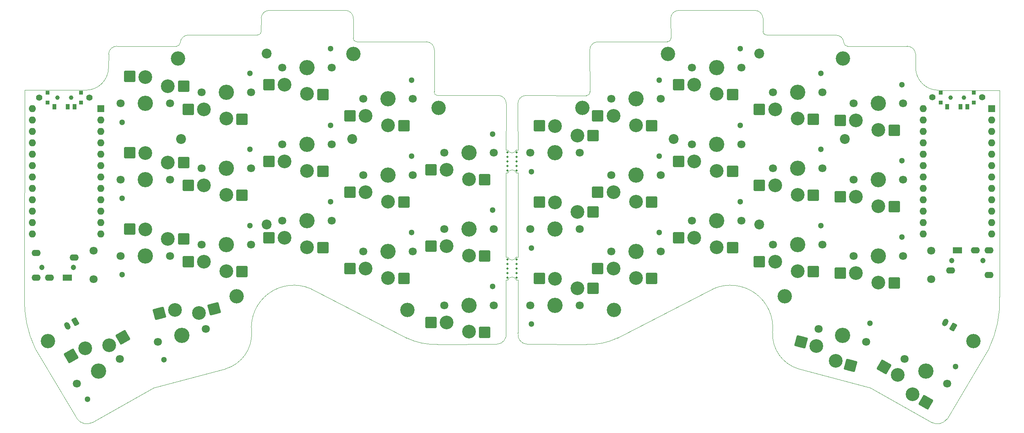
<source format=gbr>
%TF.GenerationSoftware,KiCad,Pcbnew,(6.0.6)*%
%TF.CreationDate,2022-12-06T20:45:46-06:00*%
%TF.ProjectId,roadrunner,726f6164-7275-46e6-9e65-722e6b696361,rev?*%
%TF.SameCoordinates,Original*%
%TF.FileFunction,Soldermask,Bot*%
%TF.FilePolarity,Negative*%
%FSLAX46Y46*%
G04 Gerber Fmt 4.6, Leading zero omitted, Abs format (unit mm)*
G04 Created by KiCad (PCBNEW (6.0.6)) date 2022-12-06 20:45:46*
%MOMM*%
%LPD*%
G01*
G04 APERTURE LIST*
G04 Aperture macros list*
%AMRoundRect*
0 Rectangle with rounded corners*
0 $1 Rounding radius*
0 $2 $3 $4 $5 $6 $7 $8 $9 X,Y pos of 4 corners*
0 Add a 4 corners polygon primitive as box body*
4,1,4,$2,$3,$4,$5,$6,$7,$8,$9,$2,$3,0*
0 Add four circle primitives for the rounded corners*
1,1,$1+$1,$2,$3*
1,1,$1+$1,$4,$5*
1,1,$1+$1,$6,$7*
1,1,$1+$1,$8,$9*
0 Add four rect primitives between the rounded corners*
20,1,$1+$1,$2,$3,$4,$5,0*
20,1,$1+$1,$4,$5,$6,$7,0*
20,1,$1+$1,$6,$7,$8,$9,0*
20,1,$1+$1,$8,$9,$2,$3,0*%
%AMHorizOval*
0 Thick line with rounded ends*
0 $1 width*
0 $2 $3 position (X,Y) of the first rounded end (center of the circle)*
0 $4 $5 position (X,Y) of the second rounded end (center of the circle)*
0 Add line between two ends*
20,1,$1,$2,$3,$4,$5,0*
0 Add two circle primitives to create the rounded ends*
1,1,$1,$2,$3*
1,1,$1,$4,$5*%
G04 Aperture macros list end*
%TA.AperFunction,Profile*%
%ADD10C,0.050000*%
%TD*%
%TA.AperFunction,Profile*%
%ADD11C,0.100000*%
%TD*%
%ADD12C,3.200000*%
%ADD13C,2.200000*%
%ADD14C,1.300000*%
%ADD15C,3.400000*%
%ADD16C,1.800000*%
%ADD17C,3.050000*%
%ADD18RoundRect,0.250000X1.025000X1.000000X-1.025000X1.000000X-1.025000X-1.000000X1.025000X-1.000000X0*%
%ADD19RoundRect,0.250000X1.248893X0.700636X-0.731255X1.231215X-1.248893X-0.700636X0.731255X-1.231215X0*%
%ADD20RoundRect,0.250000X-0.009391X0.716266X-0.615609X0.366266X0.009391X-0.716266X0.615609X-0.366266X0*%
%ADD21HorizOval,1.200000X-0.137500X0.238157X0.137500X-0.238157X0*%
%ADD22C,1.397000*%
%ADD23C,0.500000*%
%ADD24RoundRect,0.250000X-1.025000X-1.000000X1.025000X-1.000000X1.025000X1.000000X-1.025000X1.000000X0*%
%ADD25RoundRect,0.250000X0.615609X0.366266X0.009391X0.716266X-0.615609X-0.366266X-0.009391X-0.716266X0*%
%ADD26HorizOval,1.200000X0.137500X0.238157X-0.137500X-0.238157X0*%
%ADD27RoundRect,0.250000X1.387676X0.353525X-0.387676X1.378525X-1.387676X-0.353525X0.387676X-1.378525X0*%
%ADD28RoundRect,0.250000X-0.387676X-1.378525X1.387676X-0.353525X0.387676X1.378525X-1.387676X0.353525X0*%
%ADD29RoundRect,0.250000X-0.731255X-1.231215X1.248893X-0.700636X0.731255X1.231215X-1.248893X0.700636X0*%
%ADD30O,2.000000X1.400000*%
%ADD31C,1.200000*%
%ADD32R,2.000000X1.400000*%
%ADD33C,1.000000*%
%ADD34R,0.900000X0.900000*%
%ADD35R,0.900000X1.250000*%
%ADD36R,1.600000X1.600000*%
%ADD37O,1.600000X1.600000*%
G04 APERTURE END LIST*
D10*
X150611500Y-64798000D02*
X150222000Y-64798000D01*
D11*
X241367578Y-38328123D02*
X241388045Y-41395419D01*
X231322000Y-112706000D02*
X215352000Y-108516000D01*
X186138747Y-35580174D02*
G75*
G03*
X186908747Y-34743691I-16547J787874D01*
G01*
X209541976Y-100305999D02*
G75*
G03*
X215352000Y-108516000I8093824J-433001D01*
G01*
X225425522Y-35841152D02*
G75*
G03*
X226262000Y-36596000I833778J83052D01*
G01*
X168888600Y-46747500D02*
X168857152Y-37466000D01*
X244952000Y-120456000D02*
X231322000Y-112706000D01*
X134990000Y-103040000D02*
X148180000Y-103020000D01*
X97606622Y-28585523D02*
X114514848Y-28586476D01*
D10*
X241388099Y-41395418D02*
G75*
G03*
X246505730Y-46396000I5059101J58518D01*
G01*
D11*
X97606621Y-28585544D02*
G75*
G03*
X95726622Y-30325523I-56621J-1824456D01*
G01*
X168118601Y-47584025D02*
G75*
G03*
X168888600Y-46747500I-16601J787925D01*
G01*
X208255905Y-34084254D02*
X223545524Y-34101152D01*
D10*
X43042001Y-92484000D02*
G75*
G03*
X45410000Y-103940000I24422759J-924460D01*
G01*
X152516499Y-64798001D02*
G75*
G03*
X150611501Y-64798000I-952499J-380999D01*
G01*
X56626270Y-46390005D02*
G75*
G03*
X61743955Y-41389419I58550J5059135D01*
G01*
D11*
X76870000Y-36589998D02*
G75*
G03*
X77706476Y-35835152I2700J837898D01*
G01*
X152861397Y-49422011D02*
X152856055Y-51234702D01*
D10*
X257722001Y-103946000D02*
G75*
G03*
X260090000Y-92490000I-22054761J10531540D01*
G01*
D11*
X116223260Y-34737691D02*
G75*
G03*
X116993253Y-35574167I786540J-48609D01*
G01*
D10*
X56626270Y-46390000D02*
X43056000Y-46390000D01*
D11*
X87780000Y-108510000D02*
X71810000Y-112700000D01*
X168142000Y-103045995D02*
G75*
G03*
X175042000Y-101616000I685800J14052795D01*
G01*
X63644421Y-36582144D02*
G75*
G03*
X61764422Y-38322123I-56621J-1824456D01*
G01*
X79586478Y-34095099D02*
G75*
G03*
X77706476Y-35835152I-56578J-1824501D01*
G01*
X134274827Y-37460000D02*
G75*
G03*
X132534848Y-35596476I-1824427J40600D01*
G01*
X79586476Y-34095152D02*
X94876095Y-34078254D01*
D10*
X152894493Y-100501022D02*
X152910000Y-88680000D01*
X248372000Y-119676000D02*
X257722000Y-103946000D01*
X152770500Y-88674000D02*
X152516500Y-88674000D01*
D11*
X134243449Y-46741503D02*
G75*
G03*
X135013400Y-47577976I786551J-48597D01*
G01*
X128090000Y-101610000D02*
X106780000Y-90650000D01*
X94876096Y-34078245D02*
G75*
G03*
X95712571Y-33308254I48604J786545D01*
G01*
X134274848Y-37460000D02*
X134243400Y-46741500D01*
X225425471Y-35841154D02*
G75*
G03*
X223545524Y-34101152I-1823371J-84446D01*
G01*
D10*
X152834000Y-59718000D02*
X152516500Y-59718000D01*
D11*
X150270519Y-49416009D02*
G75*
G03*
X148530603Y-47552487I-1824419J40609D01*
G01*
D10*
X152910000Y-59724000D02*
X152856055Y-51234702D01*
D11*
X186908747Y-34743691D02*
X186877152Y-30472476D01*
D10*
X152910000Y-88680000D02*
X152770500Y-88674000D01*
D11*
X207405378Y-30331523D02*
X207419429Y-33314254D01*
X207405399Y-30331522D02*
G75*
G03*
X205525378Y-28591523I-1823399J-84478D01*
G01*
D10*
X152910000Y-59724000D02*
X152834000Y-59718000D01*
X150611500Y-88674000D02*
X150222000Y-88674000D01*
X152834000Y-64798000D02*
X152516500Y-64798000D01*
D11*
X148180000Y-103019994D02*
G75*
G03*
X150237507Y-100495022I-66900J2155294D01*
G01*
X244952000Y-120456000D02*
G75*
G03*
X248372000Y-119676000I1262800J2350800D01*
G01*
X170597151Y-35602455D02*
G75*
G03*
X168857152Y-37466000I84449J-1822945D01*
G01*
X188617154Y-28592529D02*
G75*
G03*
X186877152Y-30472476I84446J-1823371D01*
G01*
D10*
X260076000Y-46396000D02*
X246505730Y-46396000D01*
D11*
X76870000Y-36590000D02*
X63644422Y-36582123D01*
X154601397Y-47558487D02*
X168118600Y-47583976D01*
D10*
X150222000Y-64798000D02*
X150222000Y-83594000D01*
D11*
X54760000Y-119670000D02*
G75*
G03*
X58180000Y-120450000I2157200J1570800D01*
G01*
X209542081Y-100306009D02*
G75*
G03*
X196352000Y-90656000I-9397181J994909D01*
G01*
D10*
X150611501Y-83593999D02*
G75*
G03*
X152516499Y-83594000I952499J380999D01*
G01*
X150275945Y-51228702D02*
X150222000Y-59718000D01*
D11*
X239487578Y-36588123D02*
X226262000Y-36596000D01*
X116254901Y-30466478D02*
G75*
G03*
X114514848Y-28586476I-1824501J56578D01*
G01*
D10*
X150222000Y-88674000D02*
X150237507Y-100495022D01*
X150611501Y-59717999D02*
G75*
G03*
X152516499Y-59718000I952499J380999D01*
G01*
X152910000Y-83600000D02*
X152910000Y-64804000D01*
X43056000Y-46390000D02*
X43042000Y-92484000D01*
D11*
X116993253Y-35574167D02*
X132534848Y-35596476D01*
X106780002Y-90649995D02*
G75*
G03*
X93590000Y-100300000I-3792862J-8655075D01*
G01*
D10*
X150611500Y-83594000D02*
X150222000Y-83594000D01*
D11*
X188617152Y-28592476D02*
X205525378Y-28591523D01*
X61743955Y-41389419D02*
X61764422Y-38322123D01*
X241367599Y-38328122D02*
G75*
G03*
X239487578Y-36588123I-1823399J-84478D01*
G01*
D10*
X152910000Y-64804000D02*
X152834000Y-64798000D01*
D11*
X154952000Y-103026000D02*
X168142000Y-103046000D01*
D10*
X260090000Y-92490000D02*
X260076000Y-46396000D01*
D11*
X154601393Y-47558403D02*
G75*
G03*
X152861397Y-49422011I84507J-1822997D01*
G01*
X116254848Y-30466476D02*
X116223253Y-34737691D01*
X135013400Y-47577976D02*
X148530603Y-47552487D01*
X207419420Y-33314254D02*
G75*
G03*
X208255905Y-34084254I787880J16554D01*
G01*
X150275945Y-51228702D02*
X150270603Y-49416011D01*
X87779993Y-108509977D02*
G75*
G03*
X93590000Y-100300000I-2283793J7776977D01*
G01*
X196352000Y-90656000D02*
X175042000Y-101616000D01*
D10*
X152834000Y-83594000D02*
X152516500Y-83594000D01*
D11*
X128090007Y-101609986D02*
G75*
G03*
X134990000Y-103040000I6214193J12622586D01*
G01*
D10*
X45410000Y-103940000D02*
X54760000Y-119670000D01*
D11*
X95712571Y-33308254D02*
X95726622Y-30325523D01*
X71810000Y-112700000D02*
X58180000Y-120450000D01*
D10*
X152516499Y-88674001D02*
G75*
G03*
X150611501Y-88674000I-952499J-380999D01*
G01*
X150611500Y-59718000D02*
X150222000Y-59718000D01*
X152910000Y-83600000D02*
X152834000Y-83594000D01*
D11*
X170597152Y-35602476D02*
X186138747Y-35580167D01*
X152894487Y-100501021D02*
G75*
G03*
X154952000Y-103026000I2124413J-369679D01*
G01*
D12*
%TO.C,REF\u002A\u002A*%
X167250000Y-50340000D03*
%TD*%
%TO.C,REF\u002A\u002A*%
X225250000Y-39340000D03*
%TD*%
%TO.C,REF\u002A\u002A*%
X186250000Y-38340000D03*
%TD*%
%TO.C,REF\u002A\u002A*%
X254250000Y-102340000D03*
%TD*%
%TO.C,REF\u002A\u002A*%
X174250000Y-95340000D03*
%TD*%
%TO.C,REF\u002A\u002A*%
X212250000Y-92340000D03*
%TD*%
%TO.C,*%
X225250000Y-39340000D03*
%TD*%
%TO.C,*%
X174250000Y-95340000D03*
%TD*%
%TO.C,*%
X212250000Y-92340000D03*
%TD*%
%TO.C,*%
X254250000Y-102340000D03*
%TD*%
%TO.C,*%
X225250000Y-39340000D03*
%TD*%
%TO.C,*%
X186250000Y-38340000D03*
%TD*%
%TO.C,REF\u002A\u002A*%
X135250000Y-50340000D03*
%TD*%
%TO.C,REF\u002A\u002A*%
X116250000Y-38340000D03*
%TD*%
%TO.C,REF\u002A\u002A*%
X77250000Y-39340000D03*
%TD*%
%TO.C,REF\u002A\u002A*%
X48250000Y-102340000D03*
%TD*%
%TO.C,REF\u002A\u002A*%
X128250000Y-95340000D03*
%TD*%
%TO.C,REF\u002A\u002A*%
X90250000Y-92340000D03*
%TD*%
D13*
%TO.C,REF_PUCK_R*%
X96954000Y-76282000D03*
X116004000Y-57232000D03*
X96954000Y-38182000D03*
X77904000Y-57232000D03*
%TD*%
D14*
%TO.C,SW8_r1*%
X111170000Y-54248000D03*
D15*
X105950000Y-58448000D03*
D16*
X100450000Y-58448000D03*
D17*
X100950000Y-62248000D03*
X105950000Y-64348000D03*
D16*
X111450000Y-58448000D03*
D18*
X109450000Y-64448000D03*
X97450000Y-62248000D03*
%TD*%
D16*
%TO.C,SW6_r1*%
X147494000Y-77332000D03*
D17*
X136994000Y-81132000D03*
D15*
X141994000Y-77332000D03*
D17*
X141994000Y-83232000D03*
D16*
X136494000Y-77332000D03*
D14*
X147214000Y-73132000D03*
D18*
X145494000Y-83332000D03*
X133494000Y-81132000D03*
%TD*%
D14*
%TO.C,SW16*%
X231217173Y-98326147D03*
D17*
X223560968Y-106730962D03*
D16*
X219775408Y-99608495D03*
D17*
X219274858Y-103408423D03*
D15*
X225088000Y-101032000D03*
D16*
X230400592Y-102455505D03*
D19*
X226915826Y-107733422D03*
X215894118Y-102502556D03*
%TD*%
D17*
%TO.C,SW12*%
X179118000Y-88224000D03*
D16*
X184618000Y-82324000D03*
D17*
X174118000Y-86124000D03*
D16*
X173618000Y-82324000D03*
D14*
X184338000Y-78124000D03*
D15*
X179118000Y-82324000D03*
D18*
X182618000Y-88324000D03*
X170618000Y-86124000D03*
%TD*%
D20*
%TO.C,J2*%
X54341000Y-97961800D03*
D21*
X52608949Y-98961800D03*
%TD*%
D22*
%TO.C,BatGND1*%
X256220000Y-47930000D03*
%TD*%
D13*
%TO.C,e*%
X187568000Y-57232000D03*
X206618000Y-38182000D03*
X225668000Y-57232000D03*
X206618000Y-76282000D03*
%TD*%
D17*
%TO.C,SW9_r1*%
X82962000Y-67582000D03*
D16*
X93462000Y-63782000D03*
D15*
X87962000Y-63782000D03*
D14*
X93182000Y-59582000D03*
D17*
X87962000Y-69682000D03*
D16*
X82462000Y-63782000D03*
D18*
X91462000Y-69782000D03*
X79462000Y-67582000D03*
%TD*%
%TO.C,SW12_r1*%
X115476000Y-86124000D03*
X127476000Y-88324000D03*
D17*
X118976000Y-86124000D03*
X123976000Y-88224000D03*
D16*
X129476000Y-82324000D03*
D15*
X123976000Y-82324000D03*
D16*
X118476000Y-82324000D03*
D14*
X129196000Y-78124000D03*
%TD*%
%TO.C,SW14_r1*%
X93182000Y-76600000D03*
D15*
X87962000Y-80800000D03*
D17*
X87962000Y-86700000D03*
D16*
X93462000Y-80800000D03*
D17*
X82962000Y-84600000D03*
D16*
X82462000Y-80800000D03*
D18*
X91462000Y-86800000D03*
X79462000Y-84600000D03*
%TD*%
D23*
%TO.C,mouse-bite-2mm-slot1*%
X152580000Y-88166000D03*
X152580000Y-85118000D03*
X150548000Y-85118000D03*
X150548000Y-88166000D03*
X150548000Y-86134000D03*
X152580000Y-86134000D03*
X152580000Y-87150000D03*
X150548000Y-84102000D03*
X150548000Y-87150000D03*
X152580000Y-84102000D03*
%TD*%
D22*
%TO.C,BatGNDr1*%
X57510000Y-48010000D03*
%TD*%
D16*
%TO.C,SW2_r1*%
X129476000Y-48332000D03*
D14*
X129196000Y-44132000D03*
D16*
X118476000Y-48332000D03*
D15*
X123976000Y-48332000D03*
D17*
X118976000Y-52132000D03*
X123976000Y-54232000D03*
D18*
X127476000Y-54332000D03*
X115476000Y-52132000D03*
%TD*%
D16*
%TO.C,SW7_r1*%
X129476000Y-65306000D03*
D17*
X118976000Y-69106000D03*
D15*
X123976000Y-65306000D03*
D17*
X123976000Y-71206000D03*
D14*
X129196000Y-61106000D03*
D16*
X118476000Y-65306000D03*
D18*
X127476000Y-71306000D03*
X115476000Y-69106000D03*
%TD*%
D22*
%TO.C,Bat+1*%
X245090000Y-47950000D03*
%TD*%
D23*
%TO.C,mouse-bite-2mm-slot2*%
X150548000Y-64290000D03*
X150548000Y-61242000D03*
X150548000Y-62258000D03*
X152580000Y-61242000D03*
X152580000Y-62258000D03*
X150548000Y-63274000D03*
X152580000Y-63274000D03*
X152580000Y-64290000D03*
X152580000Y-60226000D03*
X150548000Y-60226000D03*
%TD*%
D16*
%TO.C,SW10_r1*%
X75448000Y-66322000D03*
D17*
X69948000Y-60422000D03*
X74948000Y-62522000D03*
D16*
X64448000Y-66322000D03*
D15*
X69948000Y-66322000D03*
D14*
X64728000Y-70522000D03*
D24*
X66448000Y-60322000D03*
X78448000Y-62522000D03*
%TD*%
D17*
%TO.C,SW4*%
X210118000Y-50632000D03*
D16*
X209618000Y-46832000D03*
D17*
X215118000Y-52732000D03*
D15*
X215118000Y-46832000D03*
D14*
X220338000Y-42632000D03*
D16*
X220618000Y-46832000D03*
D18*
X218618000Y-52832000D03*
X206618000Y-50632000D03*
%TD*%
D25*
%TO.C,J1*%
X249731000Y-99141800D03*
D26*
X247998949Y-98141800D03*
%TD*%
D17*
%TO.C,SW10*%
X233098000Y-72222000D03*
D15*
X233098000Y-66322000D03*
D14*
X238318000Y-62122000D03*
D17*
X228098000Y-70122000D03*
D16*
X227598000Y-66322000D03*
X238598000Y-66322000D03*
D18*
X236598000Y-72322000D03*
X224598000Y-70122000D03*
%TD*%
D16*
%TO.C,SW9*%
X209618000Y-63782000D03*
D15*
X215118000Y-63782000D03*
D17*
X210118000Y-67582000D03*
D16*
X220618000Y-63782000D03*
D17*
X215118000Y-69682000D03*
D14*
X220338000Y-59582000D03*
D18*
X218618000Y-69782000D03*
X206618000Y-67582000D03*
%TD*%
D16*
%TO.C,SW2*%
X184618000Y-48332000D03*
D17*
X174118000Y-52132000D03*
D15*
X179118000Y-48332000D03*
D14*
X184338000Y-44132000D03*
D16*
X173618000Y-48332000D03*
D17*
X179118000Y-54232000D03*
D18*
X182618000Y-54332000D03*
X170618000Y-52132000D03*
%TD*%
D16*
%TO.C,SW17*%
X248411140Y-111782000D03*
X238884860Y-106282000D03*
D15*
X243648000Y-109032000D03*
D17*
X237417873Y-109822897D03*
D14*
X250268653Y-108004693D03*
D17*
X240698000Y-114141550D03*
D27*
X243679089Y-115978152D03*
X234386784Y-108072897D03*
%TD*%
D17*
%TO.C,SW17_r1*%
X56530000Y-103922450D03*
X61910127Y-103241103D03*
D14*
X57059347Y-115279307D03*
D15*
X59480000Y-109032000D03*
D16*
X64243140Y-106282000D03*
X54716860Y-111782000D03*
D28*
X53448911Y-105585848D03*
X64941216Y-101491103D03*
%TD*%
D17*
%TO.C,SW1_r1*%
X136994000Y-64132000D03*
D14*
X147214000Y-56132000D03*
D16*
X136494000Y-60332000D03*
D15*
X141994000Y-60332000D03*
D16*
X147494000Y-60332000D03*
D17*
X141994000Y-66232000D03*
D18*
X145494000Y-66332000D03*
X133494000Y-64132000D03*
%TD*%
D16*
%TO.C,SW6*%
X166618000Y-77332000D03*
D17*
X166118000Y-73532000D03*
D16*
X155618000Y-77332000D03*
D15*
X161118000Y-77332000D03*
D14*
X155898000Y-81532000D03*
D17*
X161118000Y-71432000D03*
D24*
X157618000Y-71332000D03*
X169618000Y-73532000D03*
%TD*%
D16*
%TO.C,SW14*%
X220618000Y-80800000D03*
D17*
X210118000Y-84600000D03*
D15*
X215118000Y-80800000D03*
D17*
X215118000Y-86700000D03*
D16*
X209618000Y-80800000D03*
D14*
X220338000Y-76600000D03*
D18*
X218618000Y-86800000D03*
X206618000Y-84600000D03*
%TD*%
D17*
%TO.C,SW15*%
X233098000Y-89240000D03*
X228098000Y-87140000D03*
D16*
X238598000Y-83340000D03*
X227598000Y-83340000D03*
D14*
X238318000Y-79140000D03*
D15*
X233098000Y-83340000D03*
D18*
X236598000Y-89340000D03*
X224598000Y-87140000D03*
%TD*%
D17*
%TO.C,SW1*%
X161118000Y-54432000D03*
D15*
X161118000Y-60332000D03*
D16*
X166618000Y-60332000D03*
X155618000Y-60332000D03*
D14*
X155898000Y-64532000D03*
D17*
X166118000Y-56532000D03*
D24*
X157618000Y-54332000D03*
X169618000Y-56532000D03*
%TD*%
D16*
%TO.C,SW5_r1*%
X64448000Y-49332000D03*
D15*
X69948000Y-49332000D03*
D16*
X75448000Y-49332000D03*
D17*
X69948000Y-43432000D03*
X74948000Y-45532000D03*
D14*
X64728000Y-53532000D03*
D24*
X66448000Y-43332000D03*
X78448000Y-45532000D03*
%TD*%
D17*
%TO.C,SW8*%
X192118000Y-62248000D03*
X197118000Y-64348000D03*
D14*
X202338000Y-54248000D03*
D15*
X197118000Y-58448000D03*
D16*
X202618000Y-58448000D03*
X191618000Y-58448000D03*
D18*
X200618000Y-64448000D03*
X188618000Y-62248000D03*
%TD*%
D14*
%TO.C,SW7*%
X184338000Y-61106000D03*
D17*
X179118000Y-71206000D03*
D15*
X179118000Y-65306000D03*
D16*
X173618000Y-65306000D03*
D17*
X174118000Y-69106000D03*
D16*
X184618000Y-65306000D03*
D18*
X182618000Y-71306000D03*
X170618000Y-69106000D03*
%TD*%
D17*
%TO.C,SW13_r1*%
X105950000Y-81366000D03*
D15*
X105950000Y-75466000D03*
D14*
X111170000Y-71266000D03*
D16*
X100450000Y-75466000D03*
X111450000Y-75466000D03*
D17*
X100950000Y-79266000D03*
D18*
X109450000Y-81466000D03*
X97450000Y-79266000D03*
%TD*%
D15*
%TO.C,SW16_r1*%
X78040000Y-101032000D03*
D16*
X83352592Y-99608495D03*
X72727408Y-102455505D03*
D17*
X81886117Y-96067387D03*
D14*
X74084907Y-106439924D03*
D17*
X76512968Y-95333038D03*
D29*
X73106345Y-96142312D03*
X85266857Y-95161520D03*
%TD*%
D16*
%TO.C,SW5*%
X238618000Y-49332000D03*
D17*
X233118000Y-55232000D03*
X228118000Y-53132000D03*
D16*
X227618000Y-49332000D03*
D14*
X238338000Y-45132000D03*
D15*
X233118000Y-49332000D03*
D18*
X236618000Y-55332000D03*
X224618000Y-53132000D03*
%TD*%
D16*
%TO.C,SW4_r1*%
X82462000Y-46832000D03*
D15*
X87962000Y-46832000D03*
D16*
X93462000Y-46832000D03*
D17*
X87962000Y-52732000D03*
D14*
X93182000Y-42632000D03*
D17*
X82962000Y-50632000D03*
D18*
X91462000Y-52832000D03*
X79462000Y-50632000D03*
%TD*%
D15*
%TO.C,SW3*%
X197118000Y-41332000D03*
D17*
X197118000Y-47232000D03*
D14*
X202338000Y-37132000D03*
D17*
X192118000Y-45132000D03*
D16*
X191618000Y-41332000D03*
X202618000Y-41332000D03*
D18*
X200618000Y-47332000D03*
X188618000Y-45132000D03*
%TD*%
D30*
%TO.C,TRRS1*%
X257700000Y-87607500D03*
D31*
X256400000Y-84407500D03*
X249400000Y-84407500D03*
D30*
X254700000Y-82107500D03*
X257700000Y-82107500D03*
X249200000Y-86607500D03*
D32*
X250700000Y-82107500D03*
%TD*%
D16*
%TO.C,RSW1*%
X244856000Y-82144000D03*
X244856000Y-88544000D03*
%TD*%
%TO.C,SW11*%
X166618000Y-94332000D03*
D17*
X166118000Y-90532000D03*
D16*
X155618000Y-94332000D03*
D15*
X161118000Y-94332000D03*
D14*
X155898000Y-98532000D03*
D17*
X161118000Y-88432000D03*
D24*
X157618000Y-88332000D03*
X169618000Y-90532000D03*
%TD*%
D14*
%TO.C,SW3_r1*%
X111170000Y-37132000D03*
D16*
X100450000Y-41332000D03*
X111450000Y-41332000D03*
D17*
X100950000Y-45132000D03*
X105950000Y-47232000D03*
D15*
X105950000Y-41332000D03*
D18*
X109450000Y-47332000D03*
X97450000Y-45132000D03*
%TD*%
D31*
%TO.C,TRRS2*%
X46900000Y-85872500D03*
D30*
X45600000Y-82672500D03*
D31*
X53900000Y-85872500D03*
D30*
X48600000Y-88172500D03*
X45600000Y-88172500D03*
X54100000Y-83672500D03*
D32*
X52600000Y-88172500D03*
%TD*%
D17*
%TO.C,SW13*%
X192118000Y-79266000D03*
X197118000Y-81366000D03*
D15*
X197118000Y-75466000D03*
D14*
X202338000Y-71266000D03*
D16*
X202618000Y-75466000D03*
X191618000Y-75466000D03*
D18*
X200618000Y-81466000D03*
X188618000Y-79266000D03*
%TD*%
D16*
%TO.C,RSW2*%
X58420000Y-88544000D03*
X58420000Y-82144000D03*
%TD*%
%TO.C,SW15_r1*%
X75448000Y-83340000D03*
D14*
X64728000Y-87540000D03*
D16*
X64448000Y-83340000D03*
D17*
X69948000Y-77440000D03*
X74948000Y-79540000D03*
D15*
X69948000Y-83340000D03*
D24*
X66448000Y-77340000D03*
X78448000Y-79540000D03*
%TD*%
D15*
%TO.C,SW11_r1*%
X141994000Y-94332000D03*
D14*
X147214000Y-90132000D03*
D16*
X147494000Y-94332000D03*
X136494000Y-94332000D03*
D17*
X136994000Y-98132000D03*
X141994000Y-100232000D03*
D18*
X145494000Y-100332000D03*
X133494000Y-98132000D03*
%TD*%
D22*
%TO.C,Bat+r1*%
X46320000Y-48030000D03*
%TD*%
D33*
%TO.C,SW_POWER1*%
X249152000Y-48040000D03*
X252152000Y-48040000D03*
D34*
X254352000Y-49140000D03*
X254352000Y-46940000D03*
X246952000Y-46940000D03*
X246952000Y-49140000D03*
D35*
X248402000Y-50115000D03*
X251402000Y-50115000D03*
X252902000Y-50115000D03*
%TD*%
D33*
%TO.C,SW_POWERR1*%
X53412000Y-48034000D03*
X50412000Y-48034000D03*
D34*
X48212000Y-46934000D03*
X48212000Y-49134000D03*
X55612000Y-49134000D03*
X55612000Y-46934000D03*
D35*
X49662000Y-50109000D03*
X52662000Y-50109000D03*
X54162000Y-50109000D03*
%TD*%
D36*
%TO.C,U2*%
X60016000Y-50477000D03*
D37*
X60016000Y-53017000D03*
X60016000Y-55557000D03*
X60016000Y-58097000D03*
X60016000Y-60637000D03*
X60016000Y-63177000D03*
X60016000Y-65717000D03*
X60016000Y-68257000D03*
X60016000Y-70797000D03*
X60016000Y-73337000D03*
X60016000Y-75877000D03*
X60016000Y-78417000D03*
X44776000Y-78417000D03*
X44776000Y-75877000D03*
X44776000Y-73337000D03*
X44776000Y-70797000D03*
X44776000Y-68257000D03*
X44776000Y-65717000D03*
X44776000Y-63177000D03*
X44776000Y-60637000D03*
X44776000Y-58097000D03*
X44776000Y-55557000D03*
X44776000Y-53017000D03*
X44776000Y-50477000D03*
%TD*%
%TO.C,U1*%
X243080000Y-50470000D03*
X243080000Y-53010000D03*
X243080000Y-55550000D03*
X243080000Y-58090000D03*
X243080000Y-60630000D03*
X243080000Y-63170000D03*
X243080000Y-65710000D03*
X243080000Y-68250000D03*
X243080000Y-70790000D03*
X243080000Y-73330000D03*
X243080000Y-75870000D03*
X243080000Y-78410000D03*
X258320000Y-78410000D03*
X258320000Y-75870000D03*
X258320000Y-73330000D03*
X258320000Y-70790000D03*
X258320000Y-68250000D03*
X258320000Y-65710000D03*
X258320000Y-63170000D03*
X258320000Y-60630000D03*
X258320000Y-58090000D03*
X258320000Y-55550000D03*
X258320000Y-53010000D03*
D36*
X258320000Y-50470000D03*
%TD*%
M02*

</source>
